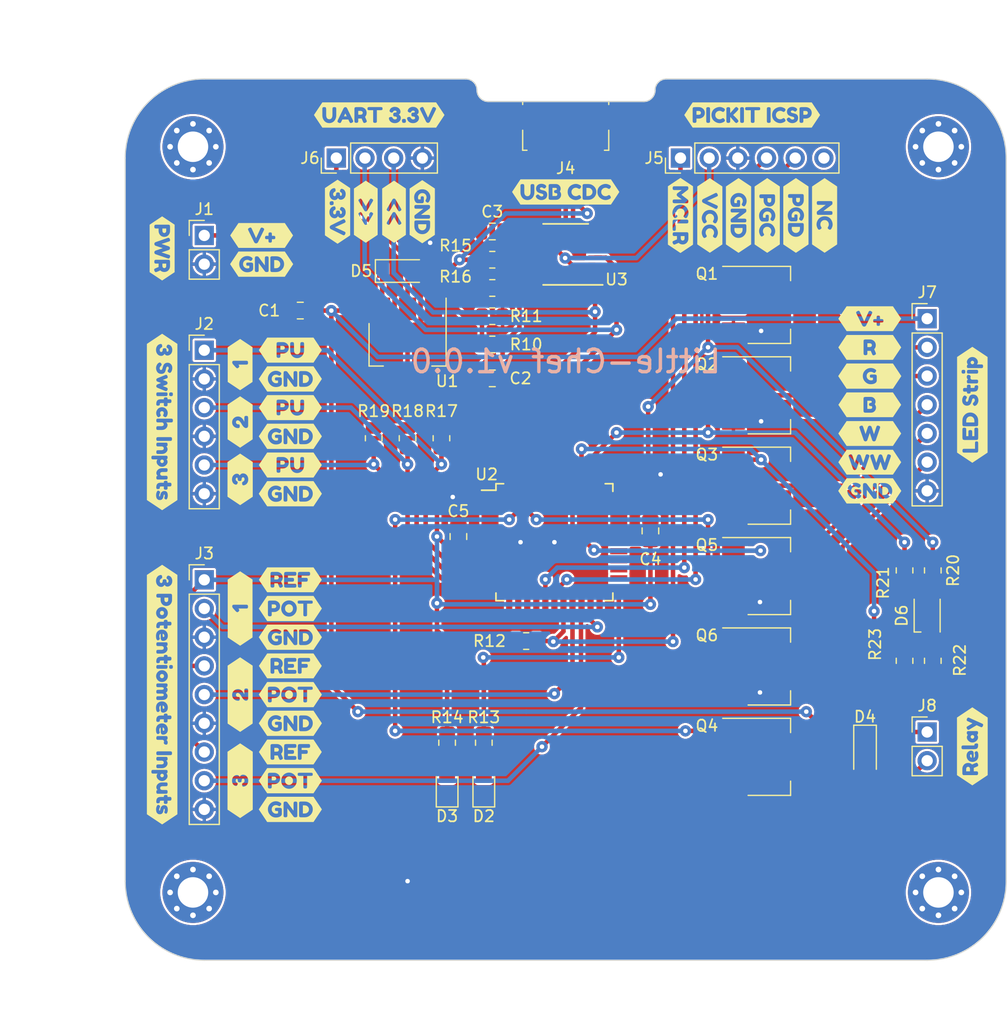
<source format=kicad_pcb>
(kicad_pcb (version 20221018) (generator pcbnew)
  (title_block (title "little-chef") (date "04. July 2022") (rev "1.0.0") (company "made by CAZaugg") (comment 1 "Little light controller board"))
  (layers (0 "F.Cu" signal) (31 "B.Cu" signal) (34 "B.Paste" user) (35 "F.Paste" user) (36 "B.SilkS" user "B.Silkscreen") (37 "F.SilkS" user "F.Silkscreen") (38 "B.Mask" user) (39 "F.Mask" user) (44 "Edge.Cuts" user))
  (net 0 "")
  (net 1 "VCC")
  (net 2 "GND")
  (net 3 "VDC")
  (net 4 "Net-(U3-3V3OUT)")
  (net 5 "Net-(D2-A)")
  (net 6 "/R")
  (net 7 "/G")
  (net 8 "/B")
  (net 9 "/W")
  (net 10 "/WW")
  (net 11 "Net-(D3-A)")
  (net 12 "Net-(D5-A)")
  (net 13 "Net-(D6-RK)")
  (net 14 "Net-(D6-GK)")
  (net 15 "Net-(D6-BK)")
  (net 16 "Net-(D6-A)")
  (net 17 "Net-(J2-Pin_1)")
  (net 18 "Net-(J2-Pin_3)")
  (net 19 "Net-(J2-Pin_5)")
  (net 20 "Net-(J3-Pin_2)")
  (net 21 "Net-(J3-Pin_5)")
  (net 22 "Net-(J3-Pin_8)")
  (net 23 "Net-(J4-D-)")
  (net 24 "Net-(J4-D+)")
  (net 26 "Net-(Q1-G)")
  (net 27 "Net-(Q2-G)")
  (net 28 "Net-(Q3-G)")
  (net 29 "Net-(Q4-G)")
  (net 30 "Net-(Q5-G)")
  (net 31 "Net-(Q6-G)")
  (net 32 "Net-(U1-ADJ)")
  (net 33 "Net-(U2-C1OUT{slash}SRQ{slash}T0CKI{slash}RA4)")
  (net 34 "Net-(U3-~{RESET})")
  (net 62 "/TX")
  (net 63 "/RX")
  (net 64 "/~{MCLR}")
  (net 65 "/PGC")
  (net 66 "/PGD")
  (net 72 "/RELAY-")
  (footprint "kibuzzard-63657EAB" (layer "F.Cu") (at 125.175 87.28 90)
    (fp_text reference "kibuzzard-63657EAB" hide)
    (fp_text value "G***" hide)
  )
  (footprint "Connector_PinHeader_2.54mm:PinHeader_1x06_P2.54mm_Vertical" (layer "F.Cu") (at 164.16 69 90)
    (fp_text reference "J5")
    (fp_text value "Conn_01x06")
  )
  (footprint "Connector_PinHeader_2.54mm:PinHeader_1x02_P2.54mm_Vertical" (layer "F.Cu") (at 186 119.8)
    (fp_text reference "J8")
    (fp_text value "Conn_01x02")
  )
  (footprint "kibuzzard-63657B69" (layer "F.Cu") (at 180.92 95.92)
    (fp_text reference "kibuzzard-63657B69" hide)
    (fp_text value "G***" hide)
  )
  (footprint "Diode_SMD:D_SOD-123" (layer "F.Cu") (at 139.4 79)
    (fp_text reference "D5")
    (fp_text value "1N4148W")
  )
  (footprint "Capacitor_SMD:C_0805_2012Metric" (layer "F.Cu") (at 161.5 102 90)
    (fp_text reference "C4")
    (fp_text value "100n")
  )
  (footprint "kibuzzard-63657C3A" (layer "F.Cu") (at 180.92 88.3)
    (fp_text reference "kibuzzard-63657C3A" hide)
    (fp_text value "G***" hide)
  )
  (footprint "kibuzzard-63657B51" (layer "F.Cu") (at 141.3 73.75 -90)
    (fp_text reference "kibuzzard-63657B51" hide)
    (fp_text value "G***" hide)
  )
  (footprint "kibuzzard-63657B51" (layer "F.Cu") (at 129.62 93.63)
    (fp_text reference "kibuzzard-63657B51" hide)
    (fp_text value "G***" hide)
  )
  (footprint "kibuzzard-63657CB3" (layer "F.Cu") (at 137.49 65.19)
    (fp_text reference "kibuzzard-63657CB3" hide)
    (fp_text value "G***" hide)
  )
  (footprint "kibuzzard-63657E92" (layer "F.Cu") (at 125.175 108.87 90)
    (fp_text reference "kibuzzard-63657E92" hide)
    (fp_text value "G***" hide)
  )
  (footprint "kibuzzard-63657CD2" (layer "F.Cu") (at 118.27 77 -90)
    (fp_text reference "kibuzzard-63657CD2" hide)
    (fp_text value "G***" hide)
  )
  (footprint "MountingHole:MountingHole_2.7mm_M2.5_Pad_Via" (layer "F.Cu") (at 121 68)
    (fp_text reference "H3" hide)
    (fp_text value "MountingHole_Pad" hide)
  )
  (footprint "kibuzzard-63657EB2" (layer "F.Cu") (at 125.175 92.36 90)
    (fp_text reference "kibuzzard-63657EB2" hide)
    (fp_text value "G***" hide)
  )
  (footprint "kibuzzard-63657B51" (layer "F.Cu") (at 129.62 98.71)
    (fp_text reference "kibuzzard-63657B51" hide)
    (fp_text value "G***" hide)
  )
  (footprint "Package_TO_SOT_SMD:SOT-223-3_TabPin2" (layer "F.Cu") (at 172 122)
    (fp_text reference "Q4")
    (fp_text value "BSP75")
  )
  (footprint "kibuzzard-63658200" (layer "F.Cu") (at 129.62 86)
    (fp_text reference "kibuzzard-63658200" hide)
    (fp_text value "G***" hide)
  )
  (footprint "kibuzzard-63657C30" (layer "F.Cu") (at 127.08 75.85)
    (fp_text reference "kibuzzard-63657C30" hide)
    (fp_text value "G***" hide)
  )
  (footprint "Connector_USB:USB_Micro-B_Molex_47346-0001" (layer "F.Cu") (at 154 66.6 180)
    (fp_text reference "J4")
    (fp_text value "USB_B_Mini")
  )
  (footprint "kibuzzard-63657CA1" (layer "F.Cu") (at 154 72)
    (fp_text reference "kibuzzard-63657CA1" hide)
    (fp_text value "G***" hide)
  )
  (footprint "Package_TO_SOT_SMD:SOT-223-3_TabPin2" (layer "F.Cu") (at 140 85.5 -90)
    (fp_text reference "U1")
    (fp_text value "LM317_SOT-223")
  )
  (footprint "kibuzzard-63658200" (layer "F.Cu") (at 129.62 91.09)
    (fp_text reference "kibuzzard-63658200" hide)
    (fp_text value "G***" hide)
  )
  (footprint "kibuzzard-63657E0E" (layer "F.Cu") (at 129.62 116.49)
    (fp_text reference "kibuzzard-63657E0E" hide)
    (fp_text value "G***" hide)
  )
  (footprint "Resistor_SMD:R_0805_2012Metric" (layer "F.Cu") (at 186.5 105.5 -90)
    (fp_text reference "R20")
    (fp_text value "1k")
  )
  (footprint "Connector_PinHeader_2.54mm:PinHeader_1x04_P2.54mm_Vertical" (layer "F.Cu") (at 133.69 69 90)
    (fp_text reference "J6")
    (fp_text value "Conn_01x04")
  )
  (footprint "Capacitor_SMD:C_0805_2012Metric" (layer "F.Cu") (at 130.5 82.5 180)
    (fp_text reference "C1")
    (fp_text value "100n")
  )
  (footprint "Resistor_SMD:R_0805_2012Metric" (layer "F.Cu") (at 147.5 80.5 180)
    (fp_text reference "R16")
    (fp_text value "1k")
  )
  (footprint "kibuzzard-63657E02" (layer "F.Cu") (at 129.62 113.95)
    (fp_text reference "kibuzzard-63657E02" hide)
    (fp_text value "G***" hide)
  )
  (footprint "Resistor_SMD:R_0805_2012Metric" (layer "F.Cu") (at 146.75 120.75 -90)
    (fp_text reference "R13")
    (fp_text value "1k")
  )
  (footprint "kibuzzard-63657DA3" (layer "F.Cu") (at 190 121.07 90)
    (fp_text reference "kibuzzard-63657DA3" hide)
    (fp_text value "G***" hide)
  )
  (footprint "Capacitor_SMD:C_0805_2012Metric" (layer "F.Cu") (at 144.5 102.5 90)
    (fp_text reference "C5")
    (fp_text value "100n")
  )
  (footprint "LED_SMD:LED_0805_2012Metric" (layer "F.Cu") (at 143.5 124.75 90)
    (fp_text reference "D3")
    (fp_text value "LED")
  )
  (footprint "kibuzzard-636588B1" (layer "F.Cu") (at 166.76 74.08 -90)
    (fp_text reference "kibuzzard-636588B1" hide)
    (fp_text value "G***" hide)
  )
  (footprint "Package_TO_SOT_SMD:SOT-223-3_TabPin2" (layer "F.Cu") (at 172 98)
    (fp_text reference "Q3")
    (fp_text value "BSP75")
  )
  (footprint "Capacitor_SMD:C_0805_2012Metric" (layer "F.Cu") (at 147.5 88.5)
    (fp_text reference "C2")
    (fp_text value "1u")
  )
  (footprint "kibuzzard-63658897" (layer "F.Cu") (at 169.3 74.08 -90)
    (fp_text reference "kibuzzard-63658897" hide)
    (fp_text value "G***" hide)
  )
  (footprint "kibuzzard-63657C93" (layer "F.Cu") (at 170.51 65.19)
    (fp_text reference "kibuzzard-63657C93" hide)
    (fp_text value "G***" hide)
  )
  (footprint "kibuzzard-63657E77" (layer "F.Cu") (at 125.175 116.49 90)
    (fp_text reference "kibuzzard-63657E77" hide)
    (fp_text value "G***" hide)
  )
  (footprint "Connector_PinHeader_2.54mm:PinHeader_1x09_P2.54mm_Vertical" (layer "F.Cu") (at 122 106.33)
    (fp_text reference "J3")
    (fp_text value "Conn_01x09")
  )
  (footprint "Capacitor_SMD:C_0805_2012Metric" (layer "F.Cu") (at 147.5 75.5 180)
    (fp_text reference "C3")
    (fp_text value "100n")
  )
  (footprint "Connector_PinHeader_2.54mm:PinHeader_1x07_P2.54mm_Vertical" (layer "F.Cu") (at 186 83.215)
    (fp_text reference "J7")
    (fp_text value "Conn_01x07")
  )
  (footprint "Connector_PinHeader_2.54mm:PinHeader_1x02_P2.54mm_Vertical" (layer "F.Cu") (at 122 75.85)
    (fp_text reference "J1")
    (fp_text value "Conn_01x02")
  )
  (footprint "kibuzzard-63657C30" (layer "F.Cu") (at 180.92 83.22)
    (fp_text reference "kibuzzard-63657C30" hide)
    (fp_text value "G***" hide)
  )
  (footprint "Package_TO_SOT_SMD:SOT-223-3_TabPin2" (layer "F.Cu") (at 172 82)
    (fp_text reference "Q1")
    (fp_text value "BSP75")
  )
  (footprint "kibuzzard-63657DB8" (layer "F.Cu") (at 190 90.84 90)
    (fp_text reference "kibuzzard-63657DB8" hide)
    (fp_text value "G***" hide)
  )
  (footprint "kibuzzard-63657E02" (layer "F.Cu") (at 129.62 106.33)
    (fp_text reference "kibuzzard-63657E02" hide)
    (fp_text value "G***" hide)
  )
  (footprint "Resistor_SMD:R_0805_2012Metric" (layer "F.Cu") (at 184 113.5 90)
    (fp_text reference "R22")
    (fp_text value "1k")
  )
  (footprint "kibuzzard-636588E4" (layer "F.Cu") (at 176.92 74.08 -90)
    (fp_text reference "kibuzzard-636588E4" hide)
    (fp_text value "G***" hide)
  )
  (footprint "LED_SMD:LED_Cree-PLCC4_2x2mm_CW" (layer "F.Cu") (at 186 109.5 90)
    (fp_text reference "D6")
    (fp_text value "LED_RGBA")
  )
  (footprint "kibuzzard-63657B51" (layer "F.Cu") (at 129.62 88.55)
    (fp_text reference "kibuzzard-63657B51" hide)
    (fp_text value "G***" hide)
  )
  (footprint "kibuzzard-636588DA" (layer "F.Cu") (at 174.38 74.08 -90)
    (fp_text reference "kibuzzard-636588DA" hide)
    (fp_text value "G***" hide)
  )
  (footprint "Connector_PinHeader_2.54mm:PinHeader_1x06_P2.54mm_Vertical" (layer "F.Cu") (at 122 86.01)
    (fp_text reference "J2")
    (fp_text value "Conn_01x06")
  )
  (footprint "Package_SO:SSOP-16_3.9x4.9mm_P0.635mm" (layer "F.Cu") (at 154 77.5 180)
    (fp_text reference "U3")
    (fp_text value "FT230XS")
  )
  (footprint "kibuzzard-63658200" (layer "F.Cu") (at 129.62 96.17)
    (fp_text reference "kibuzzard-63658200" hide)
    (fp_text value "G***" hide)
  )
  (footprint "Resistor_SMD:R_0805_2012Metric" (layer "F.Cu") (at 147.5 78)
    (fp_text reference "R15")
    (fp_text value "1k")
  )
  (footprint "kibuzzard-63657DEA" (layer "F.Cu") (at 129.62 119.03)
    (fp_text reference "kibuzzard-63657DEA" hide)
    (fp_text value "G***" hide)
  )
  (footprint "kibuzzard-63657FD1" (layer "F.Cu") (at 133.8 73.75 -90)
    (fp_text reference "kibuzzard-63657FD1" hide)
    (fp_text value "G***" hide)
  )
  (footprint "Resistor_SMD:R_0805_2012Metric" (layer "F.Cu") (at 186.5 113.5 -90)
    (fp_text reference "R23")
    (fp_text value "0")
  )
  (footprint "kibuzzard-636588D1" (layer "F.Cu") (at 171.84 74.08 -90)
    (fp_text reference "kibuzzard-636588D1" hide)
    (fp_text value "G***" hide)
  )
  (footprint "MountingHole:MountingHole_2.7mm_M2.5_Pad_Via" (layer "F.Cu") (at 121 134)
    (fp_text reference "H2" hide)
    (fp_text value "MountingHole_Pad" hide)
  )
  (footprint "Package_QFP:TQFP-44_10x10mm_P0.8mm" (layer "F.Cu") (at 153 103)
    (fp_text reference "U2")
    (fp_text value "PIC18F46K22-xPT")
  )
  (footprint "MountingHole:MountingHole_2.7mm_M2.5_Pad_Via" (layer "F.Cu") (at 187 68)
    (fp_text reference "H1" hide)
    (fp_text value "MountingHole_Pad" hide)
  )
  (footprint "kibuzzard-63657E0E" (layer "F.Cu") (at 129.62 124.11)
    (fp_text reference "kibuzzard-63657E0E" hide)
    (fp_text value "G***" hide)
  )
  (footprint "Resistor_SMD:R_0805_2012Metric" (layer "F.Cu") (at 137 93.8 -90)
    (fp_text reference "R19")
    (fp_text value "10k")
  )
  (footprint "Resistor_SMD:R_0805_2012Metric" (layer "F.Cu") (at 143 93.8 -90)
    (fp_text reference "R17")
    (fp_text value "10k")
  )
  (footprint "Resistor_SMD:R_0805_2012Metric" (layer "F.Cu") (at 147.5 83)
    (fp_text reference "R11")
    (fp_text value "1k")
  )
  (footprint "kibuzzard-63657B51" (layer "F.Cu") (at 127.08 78.39)
    (fp_text reference "kibuzzard-63657B51" hide)
    (fp_text value "G***" hide)
  )
  (footprint "Resistor_SMD:R_0805_2012Metric" (layer "F.Cu") (at 150.5 111.75)
    (fp_text reference "R12")
    (fp_text value "10k")
  )
  (footprint "kibuzzard-63657E02" (layer "F.Cu") (at 129.62 121.57)
    (fp_text reference "kibuzzard-63657E02" hide)
    (fp_text value "G***" hide)
  )
  (footprint "kibuzzard-636580FF" (layer "F.Cu") (at 164.16 74.08 -90)
    (fp_text reference "kibuzzard-636580FF" hide)
    (fp_text value "G***" hide)
  )
  (footprint "Package_TO_SOT_SMD:SOT-223-3_TabPin2" (layer "F.Cu") (at 172 114)
    (fp_text reference "Q6")
    (fp_text value "BSP75")
  )
  (footprint "Package_TO_SOT_SMD:SOT-223-3_TabPin2" (layer "F.Cu") (at 172 106)
    (fp_text reference "Q5")
    (fp_text value "BSP75")
  )
  (footprint "kibuzzard-63657DEA" (layer "F.Cu") (at 129.62 126.65)
    (fp_text reference "kibuzzard-63657DEA" hide)
    (fp_text value "G***" hide)
  )
  (footprint "kibuzzard-63657C42" (layer "F.Cu") (at 180.92 90.84)
    (fp_text reference "kibuzzard-63657C42" hide)
    (fp_text value "G***" hide)
  )
  (footprint "kibuzzard-63657EBB" (layer "F.Cu") (at 125.175 97.44 90)
    (fp_text reference "kibuzzard-63657EBB" hide)
    (fp_text value "G***" hide)
  )
  (footprint "kibuzzard-63657E67" (layer "F.Cu") (at 125.175 124.11 90)
    (fp_text reference "kibuzzard-63657E67" hide)
    (fp_text value "G***" hide)
  )
  (footprint "Resistor_SMD:R_0805_2012Metric" (layer "F.Cu") (at 147.5 85.5 180)
    (fp_text reference "R10")
    (fp_text value "1.5k")
  )
  (footprint "kibuzzard-6365804D" (layer "F.Cu") (at 138.8 73.75 -90)
    (fp_text reference "kibuzzard-6365804D" hide)
    (fp_text value "G***" hide)
  )
  (footprint "kibuzzard-63657B73" (layer "F.Cu") (at 180.92 93.38)
    (fp_text reference "kibuzzard-63657B73" hide)
    (fp_text value "G***" hide)
  )
  (footprint "kibuzzard-63657DEA" (layer "F.Cu") (at 129.62 111.41)
    (fp_text reference "kibuzzard-63657DEA" hide)
    (fp_text value "G***" hide)
  )
  (footprint "Resistor_SMD:R_0805_2012Metric" (layer "F.Cu") (at 140 93.8 -90)
    (fp_text reference "R18")
    (fp_text value "10k")
  )
  (footprint "kibuzzard-63657D63" (layer "F.Cu") (at 118.27 92.36 -90)
    (fp_text reference "kibuzzard-63657D63" hide)
    (fp_text value "G***" hide)
  )
  (footprint "kibuzzard-63657C21" (layer "F.Cu") (at 180.92 85.76)
    (fp_text reference "kibuzzard-63657C21" hide)
    (fp_text value "G***" hide)
  )
  (footprint "kibuzzard-63657D2E" (layer "F.Cu") (at 118.27 116.49 -90)
    (fp_text reference "kibuzzard-63657D2E" hide)
    (fp_text value "G***" hide)
  )
  (footprint "Package_TO_SOT_SMD:SOT-223-3_TabPin2" (layer "F.Cu") (at 172 90)
    (fp_text reference "Q2")
    (fp_text value "BSP75")
  )
  (footprint "kibuzzard-6365804D" (layer "F.Cu") (at 136.3 73.75 90)
    (fp_text reference "kibuzzard-6365804D" hide)
    (fp_text value "G***" hide)
  )
  (footprint "Diode_SMD:D_SOD-123" (layer "F.Cu") (at 180.5 121.45 -90)
    (fp_text reference "D4")
    (fp_text value "1N4148W")
  )
  (footprint "Resistor_SMD:R_0805_2012Metric" (layer "F.Cu") (at 184 105.5 -90)
    (fp_text reference "R21")
    (fp_text value "1k")
  )
  (footprint "LED_SMD:LED_0805_2012Metric" (layer "F.Cu") (at 146.75 124.75 90)
    (fp_text reference "D2")
    (fp_text value "LED")
  )
  (footprint "kibuzzard-63657B51" (layer "F.Cu") (at 180.92 98.46)
    (fp_text reference "kibuzzard-63657B51" hide)
    (fp_text value "G***" hide)
  )
  (footprint "MountingHole:MountingHole_2.7mm_M2.5_Pad_Via" (layer "F.Cu") (at 187 134)
    (fp_text reference "H4" hide)
    (fp_text value "MountingHole_Pad" hide)
  )
  (footprint "Resistor_SMD:R_0805_2012Metric" (layer "F.Cu") (at 143.5 120.75 -90)
    (fp_text reference "R14")
    (fp_text value "1k")
  )
  (footprint "kibuzzard-63657E0E" (layer "F.Cu") (at 129.62 108.87)
    (fp_text reference "kibuzzard-63657E0E" hide)
    (fp_text value "G***" hide)
  )
  (gr_line (start 145.146447 62) (end 121.999998 61.999998) (stroke (width 0.1)) (layer "Edge.Cuts"))
  (gr_line (start 147.146447 64) (end 160.912893 64) (stroke (width 0.1)) (layer "Edge.Cuts"))
  (gr_arc (start 121.999998 140.000002) (mid 117.050251 137.949749) (end 114.999998 133.000002) (stroke (width 0.1)) (layer "Edge.Cuts"))
  (gr_arc (start 193 133) (mid 190.949747 137.949747) (end 186 140) (stroke (width 0.1)) (layer "Edge.Cuts"))
  (gr_line (start 114.999998 68.999998) (end 114.999998 133.000002) (stroke (width 0.1)) (layer "Edge.Cuts"))
  (gr_arc (start 161.912893 63) (mid 161.62 63.707109) (end 160.912893 64) (stroke (width 0.1)) (layer "Edge.Cuts"))
  (gr_line (start 193 133) (end 193.000002 68.999998) (stroke (width 0.1)) (layer "Edge.Cuts"))
  (gr_arc (start 114.999998 68.999998) (mid 117.050251 64.050251) (end 121.999998 61.999998) (stroke (width 0.1)) (layer "Edge.Cuts"))
  (gr_line (start 121.999998 140.000002) (end 186 140) (stroke (width 0.1)) (layer "Edge.Cuts"))
  (gr_arc (start 186.000002 61.999998) (mid 190.949749 64.050251) (end 193.000002 68.999998) (stroke (width 0.1)) (layer "Edge.Cuts"))
  (gr_arc (start 161.912893 63) (mid 162.205787 62.292896) (end 162.912893 62) (stroke (width 0.1)) (layer "Edge.Cuts"))
  (gr_arc (start 145.146447 62) (mid 145.853554 62.292893) (end 146.146447 63) (stroke (width 0.1)) (layer "Edge.Cuts"))
  (gr_arc (start 147.146447 64) (mid 146.43934 63.707107) (end 146.146447 63) (stroke (width 0.1)) (layer "Edge.Cuts"))
  (gr_line (start 162.912893 62) (end 186.000002 61.999998) (stroke (width 0.1)) (layer "Edge.Cuts"))
  (gr_text "Little-Chef v1.0.0" (at 154 87) (layer "B.SilkS") (effects (font (size 2 2) (thickness 0.3)) (justify mirror)))
  (segment (start 140 88.65) (end 140 82.94952) (width 0.4) (layer "F.Cu") (net 1))
  (segment (start 149.9 84.0125) (end 149.9 77.7) (width 0.4) (layer "F.Cu") (net 1))
  (segment (start 120 108.33) (end 122 106.33) (width 0.4) (layer "F.Cu") (net 1))
  (segment (start 151.4 77.1825) (end 153.2825 77.1825) (width 0.4) (layer "F.Cu") (net 1))
  (segment (start 120.05 113.95) (end 120 114) (width 0.4) (layer "F.Cu") (net 1))
  (segment (start 154.5525 78.4525) (end 156.6 78.4525) (width 0.4) (layer "F.Cu") (net 1))
  (segment (start 120 119.57) (end 120 114) (width 0.4) (layer "F.Cu") (net 1))
  (segment (start 146.4 88.65) (end 140 88.65) (width 0.4) (layer "F.Cu") (net 1))
  (segment (start 150.4175 77.1825) (end 151.4 77.1825) (width 0.4) (layer "F.Cu") (net 1))
  (segment (start 120 114) (end 120 108.33) (width 0.4) (layer "F.Cu") (net 1))
  (segment (start 153.2825 77.1825) (end 154.5525 78.4525) (width 0.4) (layer "F.Cu") (net 1))
  (segment (start 143.5 111.7) (end 143.5 111.75) (width 0.4) (layer "F.Cu") (net 1))
  (segment (start 143.5 119.8375) (end 143.5 111.75) (width 0.4) (layer "F.Cu") (net 1))
  (segment (start 146.55 88.5) (end 146.55 87.35) (width 0.4) (layer "F.Cu") (net 1))
  (segment (start 142.6 102.5) (end 143.55 103.45) (width 0.4) (layer "F.Cu") (net 1))
  (segment (start 142.6 108.4) (end 142.6 110.8) (width 0.4) (layer "F.Cu") (net 1))
  (segment (start 140 82.35) (end 140 77.9) (width 0.4) (layer "F.Cu") (net 1))
  (segment (start 148.4125 85.5) (end 149.9 84.0125) (width 0.4) (layer "F.Cu") (net 1))
  (segment (start 146.55 91.3375) (end 145 92.8875) (width 0.4) (layer "F.Cu") (net 1))
  (segment (start 161.5 108.5) (end 161.5 102.95) (width 0.4) (layer "F.Cu") (net 1))
  (segment (start 146.55 88.5) (end 146.55 91.3375) (width 0.4) (layer "F.Cu") (net 1))
  (segment (start 137 92.8875) (end 145 92.8875) (width 0.4) (layer "F.Cu") (net 1))
  (segment (start 142.6 98.6) (end 145 96.2) (width 0.4) (layer "F.Cu") (net 1))
  (segment (start 158.7 103) (end 161.45 103) (width 0.4) (layer "F.Cu") (net 1))
  (segment (start 146.55 88.5) (end 146.4 88.65) (width 0.4) (layer "F.Cu") (net 1))
  (segment (start 143.55 103.45) (end 144.5 103.45) (width 0.4) (layer "F.Cu") (net 1))
  (segment (start 143.55 111.75) (end 143.5 111.7) (width 0.4) (layer "F.Cu") (net 1))
  (segment (start 147 86.9) (end 148.1 86.9) (width 0.4) (layer "F.Cu") (net 1))
  (segment (start 145.775 103.8) (end 145.425 103.45) (width 0.4) (layer "F.Cu") (net 1))
  (segment (start 161.45 103) (end 161.5 102.95) (width 0.4) (layer "F.Cu") (net 1))
  (segment (start 133.69 69) (end 133.69 71.59) (width 0.4) (layer "F.Cu") (net 1))
  (segment (start 149.9 77.7) (end 150.4175 77.1825) (width 0.4) (layer "F.Cu") (net 1))
  (segment (start 148.1 86.9) (end 148.4125 86.5875) (width 0.4) (layer "F.Cu") (net 1))
  (segment (start 145 96.2) (end 145 92.8875) (width 0.4) (layer "F.Cu") (net 1))
  (segment (start 147.3 103.8) (end 145.775 103.8) (width 0.4) (layer "F.Cu") (net 1))
  (segment (start 145.425 103.45) (end 144.5 103.45) (width 0.4) (layer "F.Cu") (net 1))
  (segment (start 148.4125 86.5875) (end 148.4125 85.5) (width 0.4) (layer "F.Cu") (net 1))
  (segment (start 142.6 102.5) (end 142.6 98.6) (width 0.4) (layer "F.Cu") (net 1))
  (segment (start 140 77.9) (end 133.69 71.59) (width 0.4) (layer "F.Cu") (net 1))
  (segment (start 122 113.95) (end 120.05 113.95) (width 0.4) (layer "F.Cu") (net 1))
  (segment (start 122 121.57) (end 120 119.57) (width 0.4) (layer "F.Cu") (net 1))
  (segment (start 149.5875 111.75) (end 143.55 111.75) (width 0.4) (layer "F.Cu") (net 1))
  (segment (start 142.6 110.8) (end 143.5 111.7) (width 0.4) (layer "F.Cu") (net 1))
  (segment (start 146.55 87.35) (end 147 86.9) (width 0.4) (layer "F.Cu") (net 1))
  (via (at 153.95 77.85) (size 1) (drill 0.4) (layers "F.Cu" "B.Cu") (net 1))
  (via (at 161.5 108.5) (size 1) (drill 0.4) (layers "F.Cu" "B.Cu") (net 1))
  (via (at 142.6 108.4) (size 1) (drill 0.4) (layers "F.Cu" "B.Cu") (net 1))
  (via (at 142.6 102.5) (size 1) (drill 0.4) (layers "F.Cu" "B.Cu") (net 1))
  (segment (start 122 106.33) (end 142.53 106.33) (width 0.4) (layer "B.Cu") (net 1))
  (segment (start 142.6 102.5) (end 142.6 108.4) (width 0.4) (layer "B.Cu") (net 1))
  (segment (start 142.6 108.4) (end 142.6 106.4) (width 0.4) (layer "B.Cu") (net 1))
  (segment (start 142.7 108.5) (end 161.5 108.5) (width 0.4) (layer "B.Cu") (net 1))
  (segment (start 166.7 71.4) (end 166.7 69) (width 0.4) (layer "B.Cu") (net 1))
  (segment (start 142.6 108.4) (end 142.7 108.5) (width 0.4) (layer "B.Cu") (net 1))
  (segment (start 142.53 106.33) (end 142.6 106.4) (width 0.4) (layer "B.Cu") (net 1))
  (segment (start 160.25 77.85) (end 166.7 71.4) (width 0.4) (layer "B.Cu") (net 1))
  (segment (start 153.95 77.85) (end 160.25 77.85) (width 0.4) (layer "B.Cu") (net 1))
  (via (at 150 103) (size 1) (drill 0.4) (layers "F.Cu" "B.Cu") (net 2))
  (via (at 162.4 97) (size 1) (drill 0.4) (layers "F.Cu" "B.Cu") (net 2))
  (via (at 171.3 92.3) (size 1) (drill 0.4) (layers "F.Cu" "B.Cu") (net 2))
  (via (at 171.2 108.3) (size 1) (drill 0.4) (layers "F.Cu" "B.Cu") (net 2))
  (via (at 142 76.5) (size 1) (drill 0.4) (layers "F.Cu" "B.Cu") (net 2))
  (via (at 171.3 84.3) (size 1) (drill 0.4) (layers "F.Cu" "B.Cu") (net 2))
  (via (at 171.2 116.3) (size 1) (drill 0.4) (layers "F.Cu" "B.Cu") (net 2))
  (via (at 153 103) (size 1) (drill 0.4) (layers "F.Cu" "B.Cu") (net 2))
  (via (at 144 99) (size 1) (drill 0.4) (layers "F.Cu" "B.Cu") (net 2))
  (via (at 140 133) (size 1) (drill 0.4) (layers "F.Cu" "B.Cu") (net 2))
  (segment (start 137.75 82.3) (end 137.7 82.35) (width 0.4) (layer "F.Cu") (net 3))
  (segment (start 137.55 82.5) (end 137.7 82.35) (width 0.4) (layer "F.Cu") (net 3))
  (segment (start 175.3 118) (end 177.1 119.8) (width 0.4) (layer "F.Cu") (net 3))
  (segment (start 131.45 80.45) (end 131.45 82.5) (width 0.4) (layer "F.Cu") (net 3))
  (segment (start 126.85 75.85) (end 131.45 80.45) (width 0.4) (layer "F.Cu") (net 3))
  (segment (start 137.75 79) (end 137.75 82.3) (width 0.4) (layer "F.Cu") (net 3))
  (segment (start 131.45 82.5) (end 133.25 82.5) (width 0.4) (layer "F.Cu") (net 3))
  (segment (start 186 119.8) (end 180.5 119.8) (width 0.4) (layer "F.Cu") (net 3))
  (segment (start 133.25 82.5) (end 137.55 82.5) (width 0.4) (layer "F.Cu") (net 3))
  (segment (start 135.6 118) (end 133.25 115.65) (width 0.4) (layer "F.Cu") (net 3))
  (segment (start 177.1 119.8) (end 180.5 119.8) (width 0.4) (layer "F.Cu") (net 3))
  (segment (start 122 75.85) (end 126.85 75.85) (width 0.4) (layer "F.Cu") (net 3))
  (segment (start 133.25 115.65) (end 133.25 82.5) (width 0.4) (layer "F.Cu") (net 3))
  (via (at 175.3 118) (size 1) (drill 0.4) (layers "F.Cu" "B.Cu") (net 3))
  (via (at 133.25 82.5) (size 1) (drill 0.4) (layers "F.Cu" "B.Cu") (net 3))
  (via (at 135.6 118) (size 1) (drill 0.4) (layers "F.Cu" "B.Cu") (net 3))
  (segment (start 160.4 86.6) (end 163.785 83.215) (width 0.4) (layer "B.Cu") (net 3))
  (segment (start 133.25 82.5) (end 137.35 86.6) (width 0.4) (layer "B.Cu") (net 3))
  (segment (start 135.6 118) (end 150.5 118) (width 0.4) (layer "B.Cu") (net 3))
  (segment (start 163.785 83.215) (end 186 83.215) (width 0.4) (layer "B.Cu") (net 3))
  (segment (start 150.5 118) (end 175.3 118) (width 0.4) (layer "B.Cu") (net 3))
  (segment (start 137.35 86.6) (end 160.4 86.6) (width 0.4) (layer "B.Cu") (net 3))
  (segment (start 149.4 75.5) (end 148.45 75.5) (width 0.4) (layer "F.Cu") (net 4))
  (segment (start 151.4 75.9125) (end 149.8125 75.9125) (width 0.4) (layer "F.Cu") (net 4))
  (segment (start 149.8125 75.9125) (end 149.4 75.5) (width 0.4) (layer "F.Cu") (net 4))
  (segment (start 146.75 123.8125) (end 146.75 121.6625) (width 0.4) (layer "F.Cu") (net 5))
  (segment (start 168.85 82) (end 178 82) (width 0.4) (layer "F.Cu") (net 6))
  (segment (start 181.755 85.755) (end 186 85.755) (width 0.4) (layer "F.Cu") (net 6))
  (segment (start 178 82) (end 181.755 85.755) (width 0.4) (layer "F.Cu") (net 6))
  (segment (start 180.3 90) (end 182.005 88.295) (width 0.4) (layer "F.Cu") (net 7))
  (segment (start 182.005 88.295) (end 186 88.295) (width 0.4) (layer "F.Cu") (net 7))
  (segment (start 168.85 90) (end 180.3 90) (width 0.4) (layer "F.Cu") (net 7))
  (segment (start 168.85 98) (end 178.835 98) (width 0.4) (layer "F.Cu") (net 8))
  (segment (start 178.835 98) (end 186 90.835) (width 0.4) (layer "F.Cu") (net 8))
  (segment (start 175.8 103.575) (end 186 93.375) (width 0.4) (layer "F.Cu") (net 9))
  (segment (start 175.8 105.35) (end 175.8 103.575) (width 0.4) (layer "F.Cu") (net 9))
  (segment (start 175.15 106) (end 175.8 105.35) (width 0.4) (layer "F.Cu") (net 9))
  (segment (start 168.85 106) (end 175.15 106) (width 0.4) (layer "F.Cu") (net 9))
  (segment (start 178.5 112.6) (end 178.5 103.415) (width 0.4) (layer "F.Cu") (net 10))
  (segment (start 178.5 103.415) (end 186 95.915) (width 0.4) (layer "F.Cu") (net 10))
  (segment (start 168.85 114) (end 175.15 114) (width 0.4) (layer "F.Cu") (net 10))
  (segment (start 175.15 114) (end 177.1 114) (width 0.4) (layer "F.Cu") (net 10))
  (segment (start 177.1 114) (end 178.5 112.6) (width 0.4) (layer "F.Cu") (net 10))
  (segment (start 143.5 123.8125) (end 143.5 121.6625) (width 0.4) (layer "F.Cu") (net 11))
  (segment (start 155.9 73.9) (end 155.3 73.3) (width 0.4) (layer "F.Cu") (net 12))
  (segment (start 143.6 79) (end 144.6 78) (width 0.4) (layer "F.Cu") (net 12))
  (segment (start 140.95 79) (end 143.6 79) (width 0.4) (layer "F.Cu") (net 12))
  (segment (start 144.6 78) (end 146.5875 78) (width 0.4) (layer "F.Cu") (net 12))
  (segment (start 155.3 73.3) (end 155.3 68.06) (width 0.4) (layer "F.Cu") (net 12))
  (via (at 144.6 78) (size 1) (drill 0.4) (layers "F.Cu" "B.Cu") (net 12))
  (via (at 155.9 73.9) (size 1) (drill 0.4) (layers "F.Cu" "B.Cu") (net 12))
  (segment (start 144.6 78) (end 148.7 73.9) (width 0.4) (layer "B.Cu") (net 12))
  (segment (start 148.7 73.9) (end 155.9 73.9) (width 0.4) (layer "B.Cu") (net 12))
  (segment (start 185.45 110.25) (end 184 111.7) (width 0.4) (layer "F.Cu") (net 13))
  (segment (start 184 111.7) (end 184 112.5875) (width 0.4) (layer "F.Cu") (net 13))
  (segment (start 184 106.4125) (end 184 107.3) (width 0.4) (layer "F.Cu") (net 14))
  (segment (start 184 107.3) (end 185.45 108.75) (width 0.4) (layer "F.Cu") (net 14))
  (segment (start 186.55 106.4625) (end 186.5 106.4125) (width 0.4) (layer "F.Cu") (net 15))
  (segment (start 186.55 108.75) (end 186.55 106.4625) (width 0.4) (layer "F.Cu") (net 15))
  (segment (start 186.55 110.25) (end 186.55 112.55) (width 0.4) (layer "F.Cu") (net 16))
  (segment (start 143 96.1) (end 143 94.7125) (width 0.4) (layer "F.Cu") (net 17))
  (segment (start 143.4 104.6) (end 147.3 104.6) (width 0.4) (layer "F.Cu") (net 17))
  (segment (start 141.6 97.5) (end 141.6 102.8) (width 0.4) (layer "F.Cu") (net 17))
  (segment (start 141.6 102.8) (end 143.4 104.6) (width 0.4) (layer "F.Cu") (net 17))
  (segment (start 143 96.1) (end 141.6 97.5) (width 0.4) (layer "F.Cu") (net 17))
  (via (at 143 96.1) (size 1) (drill 0.4) (layers "F.Cu" "B.Cu") (net 17))
  (segment (start 132.91 86.01) (end 122 86.01) (width 0.4) (layer "B.Cu") (net 17))
  (segment (start 143 96.1) (end 132.91 86.01) (width 0.4) (layer "B.Cu") (net 17))
  (segment (start 140.8 103) (end 143.2 105.4) (width 0.4) (layer "F.Cu") (net 18))
  (segment (start 140.8 98.3) (end 140.8 103) (width 0.4) (layer "F.Cu") (net 18))
  (segment (start 143.2 105.4) (end 147.3 105.4) (width 0.4) (layer "F.Cu") (net 18))
  (segment (start 140 94.7125) (end 140 96.1) (width 0.4) (layer "F.Cu") (net 18))
  (segment (start 140 96.1) (end 140 97.5) (width 0.4) (layer "F.Cu") (net 18))
  (segment (start 140 97.5) (end 140.8 98.3) (width 0.4) (layer "F.Cu") (net 18))
  (via (at 140 96.1) (size 1) (drill 0.4) (layers "F.Cu" "B.Cu") (net 18))
  (segment (start 134.99 91.09) (end 122 91.09) (width 0.4) (layer "B.Cu") (net 18))
  (segment (start 140 96.1) (end 134.99 91.09) (width 0.4) (layer "B.Cu") (net 18))
  (segment (start 137 96.1) (end 140 99.1) (width 0.4) (layer "F.Cu") (net 19))
  (segment (start 137 94.7125) (end 137 96.1) (width 0.4) (layer "F.Cu") (net 19))
  (segment (start 143 106.2) (end 147.3 106.2) (width 0.4) (layer "F.Cu") (net 19))
  (segment (start 140 103.2) (end 143 106.2) (width 0.4) (layer "F.Cu") (net 19))
  (segment (start 140 99.1) (end 140 103.2) (width 0.4) (layer "F.Cu") (net 19))
  (via (at 137 96.1) (size 1) (drill 0.4) (layers "F.Cu" "B.Cu") (net 19))
  (segment (start 136.93 96.17) (end 137 96.1) (width 0.4) (layer "B.Cu") (net 19))
  (segment (start 122 96.17) (end 136.93 96.17) (width 0.4) (layer "B.Cu") (net 19))
  (segment (start 156.2 109.9) (end 156.2 108.7) (width 0.4) (layer "F.Cu") (net 20))
  (segment (start 156.8 110.5) (end 156.2 109.9) (width 0.4) (layer "F.Cu") (net 20))
  (via (at 156.8 110.5) (size 1) (drill 0.4) (layers "F.Cu" "B.Cu") (net 20))
  (segment (start 123.63 110.5) (end 122 108.87) (width 0.4) (layer "B.Cu") (net 20))
  (segment (start 156.8 110.5) (end 123.63 110.5) (width 0.4) (layer "B.Cu") (net 20))
  (segment (start 154.6 114.8) (end 154.6 108.7) (width 0.4) (layer "F.Cu") (net 21))
  (segment (start 153 116.4) (end 154.6 114.8) (width 0.4) (layer "F.Cu") (net 21))
  (via (at 153 116.4) (size 1) (drill 0.4) (layers "F.Cu" "B.Cu") (net 21))
  (segment (start 153 116.4) (end 152.91 116.49) (width 0.4) (layer "B.Cu") (net 21))
  (segment (start 152.91 116.49) (end 122 116.49) (width 0.4) (layer "B.Cu") (net 21))
  (segment (start 151.9 121.1) (end 155.350489 117.649511) (width 0.4) (layer "F.Cu") (net 22))
  (segment (start 155.350489 108.749511) (end 155.4 108.7) (width 0.4) (layer "F.Cu") (net 22))
  (segment (start 155.350489 117.649511) (end 155.350489 108.749511) (width 0.4) (layer "F.Cu") (net 22))
  (via (at 151.9 121.1) (size 1) (drill 0.4) (layers "F.Cu" "B.Cu") (net 22))
  (segment (start 151.9 121.1) (end 148.89 124.11) (width 0.4) (layer "B.Cu") (net 22))
  (segment (start 148.89 124.11) (end 122 124.11) (width 0.4) (layer "B.Cu") (net 22))
  (segment (start 156.6 75.2775) (end 155.2775 75.2775) (width 0.4) (layer "F.Cu") (net 23))
  (segment (start 155.2775 75.2775) (end 154.65 74.65) (width 0.4) (layer "F.Cu") (net 23))
  (segment (start 154.65 68.06) (end 154.65 74.65) (width 0.4) (layer "F.Cu") (net 23))
  (segment (start 151.4 75.2775) (end 153.2225 75.2775) (width 0.4) (layer "F.Cu") (net 24))
  (segment (start 154 74.5) (end 154 68.06) (width 0.4) (layer "F.Cu") (net 24))
  (segment (start 153.2225 75.2775) (end 154 74.5) (width 0.4) (layer "F.Cu") (net 24))
  (segment (start 186.5 104.5875) (end 186.5 103) (width 0.4) (layer "F.Cu") (net 26))
  (segment (start 161.3 91) (end 161.3 98.2) (width 0.4) (layer "F.Cu") (net 26))
  (segment (start 161.3 98.2) (end 159.7 99.8) (width 0.4) (layer "F.Cu") (net 26))
  (segment (start 166.6 85.75) (end 166.6 80.5) (width 0.4) (layer "F.Cu") (net 26))
  (segment (start 159.7 99.8) (end 158.7 99.8) (width 0.4) (layer "F.Cu") (net 26))
  (segment (start 166.6 80.5) (end 167.4 79.7) (width 0.4) (layer "F.Cu") (net 26))
  (segment (start 167.4 79.7) (end 168.85 79.7) (width 0.4) (layer "F.Cu") (net 26))
  (via (at 161.3 91) (size 1) (drill 0.4) (layers "F.Cu" "B.Cu") (net 26))
  (via (at 166.6 85.75) (size 1) (drill 0.4) (layers "F.Cu" "B.Cu") (net 26))
  (via (at 186.5 103) (size 1) (drill 0.4) (layers "F.Cu" "B.Cu") (net 26))
  (segment (start 186.5 103) (end 186.45 103) (width 0.4) (layer "B.Cu") (net 26))
  (segment (start 166.55 85.75) (end 166.6 85.75) (width 0.4) (layer "B.Cu") (net 26))
  (segment (start 169.2 85.75) (end 166.6 85.75) (width 0.4) (layer "B.Cu") (net 26))
  (segment (start 161.3 91) (end 166.55 85.75) (width 0.4) (layer "B.Cu") (net 26))
  (segment (start 186.45 103) (end 169.2 85.75) (width 0.4) (layer "B.Cu") (net 26))
  (segment (start 167.3 87.7) (end 168.85 87.7) (width 0.4) (layer "F.Cu") (net 27))
  (segment (start 166.6 93.3) (end 166.6 88.4) (width 0.4) (layer "F.Cu") (net 27))
  (segment (start 156.2 95.6) (end 156.2 97.3) (width 0.4) (layer "F.Cu") (net 27))
  (segment (start 184 103) (end 184 104.5875) (width 0.4) (layer "F.Cu") (net 27))
  (segment (start 166.6 88.4) (end 167.3 87.7) (width 0.4) (layer "F.Cu") (net 27))
  (segment (start 158.5 93.3) (end 156.2 95.6) (width 0.4) (layer "F.Cu") (net 27))
  (via (at 166.6 93.3) (size 1) (drill 0.4) (layers "F.Cu" "B.Cu") (net 27))
  (via (at 184 103) (size 1) (drill 0.4) (layers "F.Cu" "B.Cu") (net 27))
  (via (at 158.5 93.3) (size 1) (drill 0.4) (layers "F.Cu" "B.Cu") (net 27))
  (segment (start 166.6 93.3) (end 158.5 93.3) (width 0.4) (layer "B.Cu") (net 27))
  (segment (start 174.3 93.3) (end 166.6 93.3) (width 0.4) (layer "B.Cu") (net 27))
  (segment (start 184 103) (end 174.3 93.3) (width 0.4) (layer "B.Cu") (net 27))
  (segment (start 181.3 109.1) (end 181.3 111.7125) (width 0.4) (layer "F.Cu") (net 28))
  (segment (start 155.4 94.75) (end 155.4 97.3) (width 0.4) (layer "F.Cu") (net 28))
  (segment (start 171.3 95.7) (end 168.85 95.7) (width 0.4) (layer "F.Cu") (net 28))
  (segment (start 181.3 111.7125) (end 184 114.4125) (width 0.4) (layer "F.Cu") (net 28))
  (via (at 181.3 109.1) (size 1) (drill 0.4) (layers "F.Cu" "B.Cu") (net 28))
  (via (at 155.4 94.75) (size 1) (drill 0.4) (layers "F.Cu" "B.Cu") (net 28))
  (via (at 171.3 95.7) (size 1) (drill 0.4) (layers "F.Cu" "B.Cu") (net 28))
  (segment (start 170.35 94.75) (end 171.3 95.7) (width 0.4) (layer "B.Cu") (net 28))
  (segment (start 155.4 94.75) (end 170.35 94.75) (width 0.4) (layer "B.Cu") (net 28))
  (segment (start 181.3 109.1) (end 181.3 105.7) (width 0.4) (layer "B.Cu") (net 28))
  (segment (start 181.3 105.7) (end 171.3 95.7) (width 0.4) (layer "B.Cu") (net 28))
  (segment (start 149.8 100.2) (end 149 101) (width 0.4) (layer "F.Cu") (net 29))
  (segment (start 149.8 97.3) (end 149.8 100.2) (width 0.4) (layer "F.Cu") (net 29))
  (segment (start 168.85 119.7) (end 164.6 119.7) (width 0.4) (layer "F.Cu") (net 29))
  (segment (start 138.9 101) (end 138.9 119.7) (width 0.4) (layer "F.Cu") (net 29))
  (via (at 138.9 119.7) (size 1) (drill 0.4) (layers "F.Cu" "B.Cu") (net 29))
  (via (at 149 101) (size 1) (drill 0.4) (layers "F.Cu" "B.Cu") (net 29))
  (via (at 164.6 119.7) (size 1) (drill 0.4) (layers "F.Cu" "B.Cu") (net 29))
  (via (at 138.9 101) (size 1) (drill 0.4) (layers "F.Cu" "B.Cu") (net 29))
  (segment (start 138.9 119.7) (end 139.5 119.7) (width 0.4) (layer "B.Cu") (net 29))
  (segment (start 139.5 119.7) (end 164.6 119.7) (width 0.4) (layer "B.Cu") (net 29))
  (segment (start 138.9 101) (end 149 101) (width 0.4) (layer "B.Cu") (net 29))
  (segment (start 171.25 103.75) (end 168.9 103.75) (width 0.4) (layer "F.Cu") (net 30))
  (segment (start 168.9 103.75) (end 168.85 103.7) (width 0.4) (layer "F.Cu") (net 30))
  (segment (start 154.6 101.8) (end 154.6 97.3) (width 0.4) (layer "F.Cu") (net 30))
  (segment (start 156.5 103.7) (end 154.6 101.8) (width 0.4) (layer "F.Cu") (net 30))
  (via (at 171.25 103.75) (size 1) (drill 0.4) (layers "F.Cu" "B.Cu") (net 30))
  (via (at 156.5 103.7) (size 1) (drill 0.4) (layers "F.Cu" "B.Cu") (net 30))
  (segment (start 156.5 103.7) (end 156.55 103.75) (width 0.4) (layer "B.Cu") (net 30))
  (segment (start 156.55 103.75) (end 171.25 103.75) (width 0.4) (layer "B.Cu") (net 30))
  (segment (start 150.6 100.2) (end 150.6 97.3) (width 0.4) (layer "F.Cu") (net 31))
  (segment (start 151.4 101) (end 150.6 100.2) (width 0.4) (layer "F.Cu") (net 31))
  (segment (start 166.6 110.9) (end 167.4 111.7) (width 0.4) (layer "F.Cu") (net 31))
  (segment (start 167.4 111.7) (end 168.85 111.7) (width 0.4) (layer "F.Cu") (net 31))
  (segment (start 166.6 101) (end 166.6 110.9) (width 0.4) (layer "F.Cu") (net 31))
  (via (at 151.4 101) (size 1) (drill 0.4) (layers "F.Cu" "B.Cu") (net 31))
  (via (at 166.6 101) (size 1) (drill 0.4) (layers "F.Cu" "B.Cu") (net 31))
  (segment (start 166.6 101) (end 151.4 101) (width 0.4) (layer "B.Cu") (net 31))
  (segment (start 146.5875 85.5) (end 146.5875 83) (width 0.4) (layer "F.Cu") (net 32))
  (segment (start 145 83) (end 146.5875 83) (width 0.4) (layer "F.Cu") (net 32))
  (segment (start 144.35 82.35) (end 145 83) (width 0.4) (layer "F.Cu") (net 32))
  (segment (start 142.3 82.35) (end 144.35 82.35) (width 0.4) (layer "F.Cu") (net 32))
  (segment (start 158.7 113.2) (end 158.7 107) (width 0.4) (layer "F.Cu") (net 33))
  (segment (start 146.75 119.8375) (end 146.75 113.25) (width 0.4) (layer "F.Cu") (net 33))
  (segment (start 146.75 113.25) (end 146.7 113.2) (width 0.4) (layer "F.Cu") (net 33))
  (via (at 146.7 113.2) (size 1) (drill 0.4) (layers "F.Cu" "B.Cu") (net 33))
  (via (at 158.7 113.2) (size 1) (drill 0.4) (layers "F.Cu" "B.Cu") (net 33))
  (segment (start 146.7 113.2) (end 158.7 113.2) (width 0.4) (layer "B.Cu") (net 33))
  (segment (start 148.4125 80.5) (end 148.4125 78) (width 0.4) (layer "F.Cu") (net 34))
  (segment (start 149.0525 76.5475) (end 148.4125 77.1875) (width 0.4) (layer "F.Cu") (net 34))
  (segment (start 151.4 76.5475) (end 149.0525 76.5475) (width 0.4) (layer "F.Cu") (net 34))
  (segment (start 148.4125 77.1875) (end 148.4125 78) (width 0.4) (layer "F.Cu") (net 34))
  (segment (start 157.564022 77.8175) (end 158.5 78.753478) (width 0.4) (layer "F.Cu") (net 62))
  (segment (start 149 93.7) (end 149 97.3) (width 0.4) (layer "F.Cu") (net 62))
  (segment (start 158.5 78.753478) (end 158.5 84.2) (width 0.4) (layer "F.Cu") (net 62))
  (segment (start 156.6 77.8175) (end 157.564022 77.8175) (width 0.4) (layer "F.Cu") (net 62))
  (segment (start 158.5 84.2) (end 149 93.7) (width 0.4) (layer "F.Cu") (net 62))
  (via (at 158.5 84.2) (size 1) (drill 0.4) (layers "F.Cu" "B.Cu") (net 62))
  (segment (start 136.2 69.03) (end 136.23 69) (width 0.4) (layer "B.Cu") (net 62))
  (segment (start 141.6 84.2) (end 136.2 78.8) (width 0.4) (layer "B.Cu") (net 62))
  (segment (start 158.5 84.2) (end 155.8 84.2) (width 0.4) (layer "B.Cu") (net 62))
  (segment (start 155.8 84.2) (end 141.6 84.2) (width 0.4) (layer "B.Cu") (net 62))
  (segment (start 136.2 78.8) (end 136.2 69.03) (width 0.4) (layer "B.Cu") (net 62))
  (segment (start 156.6 82.6) (end 156.6 84.4) (width 0.4) (layer "F.Cu") (net 63))
  (segment (start 156.6 84.4) (end 147.3 93.7) (width 0.4) (layer "F.Cu") (net 63))
  (segment (start 156.6 79.7225) (end 156.6 82.6) (width 0.4) (layer "F.Cu") (net 63))
  (segment (start 147.3 93.7) (end 147.3 99) (width 0.4) (layer "F.Cu") (net 63))
  (via (at 156.6 82.6) (size 1) (drill 0.4) (layers "F.Cu" "B.Cu") (net 63))
  (segment (start 138.77 69) (end 138.77 79.17) (width 0.4) (layer "B.Cu") (net 63))
  (segment (start 138.77 79.17) (end 142.25 82.65) (width 0.4) (layer "B.Cu") (net 63))
  (segment (start 142.25 82.65) (end 156.55 82.65) (width 0.4) (layer "B.Cu") (net 63))
  (segment (start 156.55 82.65) (end 156.6 82.6) (width 0.4) (layer "B.Cu") (net 63))
  (segment (start 164.16 72.54) (end 163.5 73.2) (width 0.4) (layer "F.Cu") (net 64))
  (segment (start 152.9 111.8) (end 152.85 111.75) (width 0.4) (layer "F.Cu") (net 64))
  (segment (start 152.85 111.75) (end 151.4125 111.75) (width 0.4) (layer "F.Cu") (net 64))
  (segment (start 163.5 111.8) (end 163.5 73.2) (width 0.4) (layer "F.Cu") (net 64))
  (segment (start 153.8 110.9) (end 153.8 108.7) (width 0.4) (layer "F.Cu") (net 64))
  (segment (start 152.9 111.8) (end 153.8 110.9) (width 0.4) (layer "F.Cu") (net 64))
  (segment (start 164.16 69) (end 164.16 72.54) (width 0.4) (layer "F.Cu") (net 64))
  (via (at 152.9 111.8) (size 1) (drill 0.4) (layers "F.Cu" "B.Cu") (net 64))
  (via (at 163.5 111.8) (size 1) (drill 0.4) (layers "F.Cu" "B.Cu") (net 64))
  (segment (start 163.5 111.8) (end 152.9 111.8) (width 0.4) (layer "B.Cu") (net 64))
  (segment (start 152.2 106.3) (end 152.2 108.7) (width 0.4) (layer "F.Cu") (net 65))
  (segment (start 164.5 105.25) (end 164.5 77.5) (width 0.4) (layer "F.Cu") (net 65))
  (segment (start 164.5 76.28) (end 164.5 77.5) (width 0.4) (layer "F.Cu") (net 65))
  (segment (start 171.78 69) (end 164.5 76.28) (width 0.4) (layer "F.Cu") (net 65))
  (via (at 152.2 106.3) (size 1) (drill 0.4) (layers "F.Cu" "B.Cu") (net 65))
  (via (at 164.5 105.25) (size 1) (drill 0.4) (layers "F.Cu" "B.Cu") (net 65))
  (segment (start 153.25 105.25) (end 164.5 105.25) (width 0.4) (layer "B.Cu") (net 65))
  (segment (start 152.2 106.3) (end 153.25 105.25) (width 0.4) (layer "B.Cu") (net 65))
  (segment (start 153 107.4) (end 153 108.7) (width 0.4) (layer "F.Cu") (net 66))
  (segment (start 154.1 106.3) (end 153 107.4) (width 0.4) (layer "F.Cu") (net 66))
  (segment (start 165.5 106.3) (end 165.5 77.82) (width 0.4) (layer "F.Cu") (net 66))
  (segment (start 165.5 77.82) (end 174.32 69) (width 0.4) (layer "F.Cu") (net 66))
  (via (at 165.5 106.3) (size 1) (drill 0.4) (layers "F.Cu" "B.Cu") (net 66))
  (via (at 154.1 106.3) (size 1) (drill 0.4) (layers "F.Cu" "B.Cu") (net 66))
  (segment (start 165.5 106.3) (end 154.1 106.3) (width 0.4) (layer "B.Cu") (net 66))
  (segment (start 175.15 122) (end 168.85 122) (width 0.4) (layer "F.Cu") (net 72))
  (segment (start 175.15 122) (end 175.15 122.75) (width 0.4) (layer "F.Cu") (net 72))
  (segment (start 175.5 123.1) (end 180.5 123.1) (width 0.4) (layer "F.Cu") (net 72))
  (segment (start 180.5 123.1) (end 185.24 123.1) (width 0.4) (layer "F.Cu") (net 72))
  (segment (start 175.15 122.75) (end 175.5 123.1) (width 0.4) (layer "F.Cu") (net 72))
  (segment (start 185.24 123.1) (end 186 122.34) (width 0.4) (layer "F.Cu") (net 72))
  (segment (start 185.62 121.96) (end 186 122.34) (width 0.4) (layer "F.Cu") (net 72))
  (zone (net 2) (net_name "GND") (layers "F&B.Cu") (connect_pads (clearance 0.2)) (min_thickness 0.3) (fill yes (thermal_gap 0.2) (thermal_bridge_width 0.3))
    (polygon (pts (xy 193 117.26) (xy 193 140) (xy 154 140) (xy 115 140) (xy 115 62) (xy 193 62)))
  )
)
</source>
